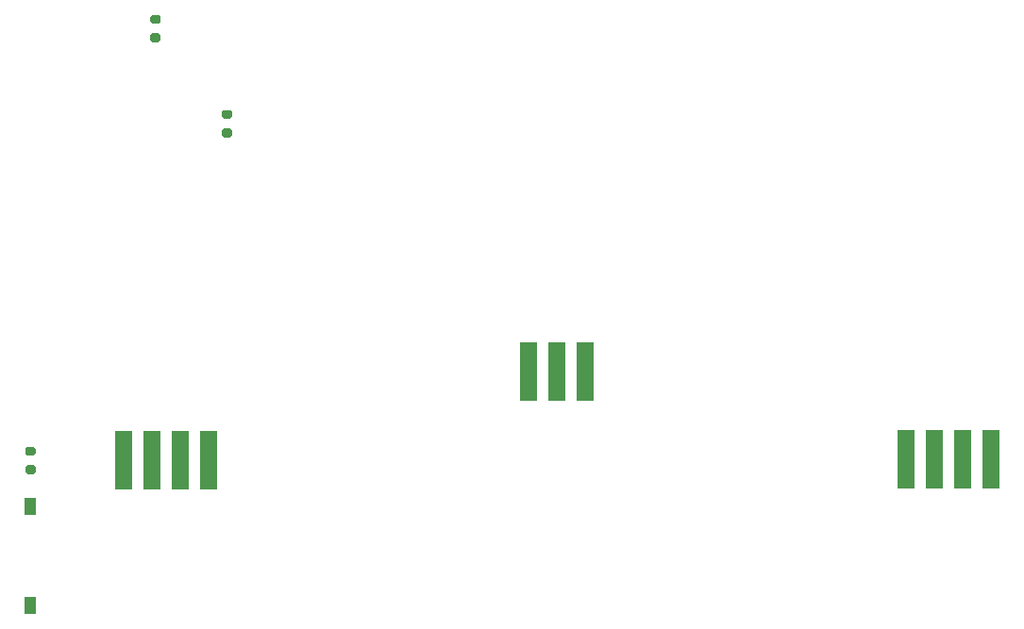
<source format=gbp>
G04 #@! TF.GenerationSoftware,KiCad,Pcbnew,(5.1.9-0-10_14)*
G04 #@! TF.CreationDate,2021-01-20T12:56:53-08:00*
G04 #@! TF.ProjectId,UrbanSteering,55726261-6e53-4746-9565-72696e672e6b,rev?*
G04 #@! TF.SameCoordinates,Original*
G04 #@! TF.FileFunction,Paste,Bot*
G04 #@! TF.FilePolarity,Positive*
%FSLAX46Y46*%
G04 Gerber Fmt 4.6, Leading zero omitted, Abs format (unit mm)*
G04 Created by KiCad (PCBNEW (5.1.9-0-10_14)) date 2021-01-20 12:56:53*
%MOMM*%
%LPD*%
G01*
G04 APERTURE LIST*
%ADD10R,1.650000X5.330000*%
%ADD11R,1.100000X1.500000*%
G04 APERTURE END LIST*
G36*
G01*
X106553779Y-118397340D02*
X107103779Y-118397340D01*
G75*
G02*
X107303779Y-118597340I0J-200000D01*
G01*
X107303779Y-118997340D01*
G75*
G02*
X107103779Y-119197340I-200000J0D01*
G01*
X106553779Y-119197340D01*
G75*
G02*
X106353779Y-118997340I0J200000D01*
G01*
X106353779Y-118597340D01*
G75*
G02*
X106553779Y-118397340I200000J0D01*
G01*
G37*
G36*
G01*
X106553779Y-116747340D02*
X107103779Y-116747340D01*
G75*
G02*
X107303779Y-116947340I0J-200000D01*
G01*
X107303779Y-117347340D01*
G75*
G02*
X107103779Y-117547340I-200000J0D01*
G01*
X106553779Y-117547340D01*
G75*
G02*
X106353779Y-117347340I0J200000D01*
G01*
X106353779Y-116947340D01*
G75*
G02*
X106553779Y-116747340I200000J0D01*
G01*
G37*
G36*
G01*
X124192620Y-88151520D02*
X124742620Y-88151520D01*
G75*
G02*
X124942620Y-88351520I0J-200000D01*
G01*
X124942620Y-88751520D01*
G75*
G02*
X124742620Y-88951520I-200000J0D01*
G01*
X124192620Y-88951520D01*
G75*
G02*
X123992620Y-88751520I0J200000D01*
G01*
X123992620Y-88351520D01*
G75*
G02*
X124192620Y-88151520I200000J0D01*
G01*
G37*
G36*
G01*
X124192620Y-86501520D02*
X124742620Y-86501520D01*
G75*
G02*
X124942620Y-86701520I0J-200000D01*
G01*
X124942620Y-87101520D01*
G75*
G02*
X124742620Y-87301520I-200000J0D01*
G01*
X124192620Y-87301520D01*
G75*
G02*
X123992620Y-87101520I0J200000D01*
G01*
X123992620Y-86701520D01*
G75*
G02*
X124192620Y-86501520I200000J0D01*
G01*
G37*
G36*
G01*
X117784200Y-79615000D02*
X118334200Y-79615000D01*
G75*
G02*
X118534200Y-79815000I0J-200000D01*
G01*
X118534200Y-80215000D01*
G75*
G02*
X118334200Y-80415000I-200000J0D01*
G01*
X117784200Y-80415000D01*
G75*
G02*
X117584200Y-80215000I0J200000D01*
G01*
X117584200Y-79815000D01*
G75*
G02*
X117784200Y-79615000I200000J0D01*
G01*
G37*
G36*
G01*
X117784200Y-77965000D02*
X118334200Y-77965000D01*
G75*
G02*
X118534200Y-78165000I0J-200000D01*
G01*
X118534200Y-78565000D01*
G75*
G02*
X118334200Y-78765000I-200000J0D01*
G01*
X117784200Y-78765000D01*
G75*
G02*
X117584200Y-78565000I0J200000D01*
G01*
X117584200Y-78165000D01*
G75*
G02*
X117784200Y-77965000I200000J0D01*
G01*
G37*
D10*
X193011000Y-117858000D03*
X190471000Y-117858000D03*
X187931000Y-117858000D03*
X185391000Y-117858000D03*
X122805000Y-117916000D03*
X120265000Y-117916000D03*
X117725000Y-117916000D03*
X115185000Y-117916000D03*
X156606240Y-110020960D03*
X154066240Y-110020960D03*
X151526240Y-110020960D03*
D11*
X106842100Y-130997760D03*
X106842100Y-122097760D03*
M02*

</source>
